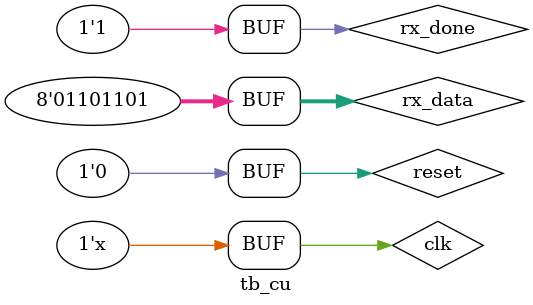
<source format=v>
`timescale 1ns / 1ps

module tb_cu(    );

    reg clk;
    reg reset;
    reg [7:0] rx_data;
    reg rx_done;
    wire en;
    wire clear;
    wire mode;

controlUnit dut (
    .clk(clk),
    .reset(reset),
    .rx_data(rx_data),
    .rx_done(rx_done),
    .en(en),
    .clear(clear),
    .mode(mode)
    );

always #5 clk = ~clk;

initial begin
    // 초기화
    clk = 0;
    reset = 1;
    #10;
    reset = 0;
    #10;

    rx_done = 1;
    #100;
    rx_data = 8'h72;
    #100;
    rx_data = 8'h6D;
    #100;
    rx_data = 8'h6D;
    #100;
end
    

endmodule

</source>
